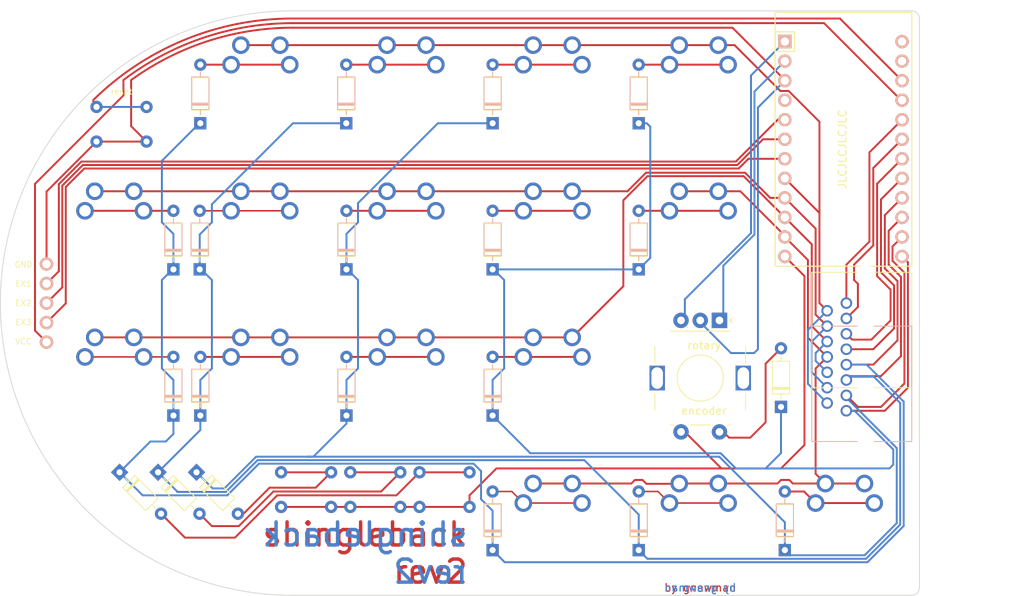
<source format=kicad_pcb>
(kicad_pcb (version 20211014) (generator pcbnew)
  (layers (0 "F.Cu" signal) (31 "B.Cu" signal) (34 "B.Paste" user) (35 "F.Paste" user) (36 "B.SilkS" user "B.Silkscreen") (37 "F.SilkS" user "F.Silkscreen") (38 "B.Mask" user) (39 "F.Mask" user) (44 "Edge.Cuts" user))
  (net 0 "")
  (net 1 "col3")
  (net 2 "col2")
  (net 3 "col1")
  (net 4 "col0")
  (net 5 "row0")
  (net 6 "row1")
  (net 7 "row2")
  (net 8 "row3")
  (net 9 "GND")
  (net 10 "VCC")
  (net 11 "col7")
  (net 12 "col6")
  (net 13 "col5")
  (net 14 "col4")
  (net 15 "rot1")
  (net 16 "rot2")
  (net 17 "RAW")
  (net 18 "RST")
  (net 19 "row4")
  (net 20 "exp1")
  (net 21 "exp3")
  (net 22 "exp2")
  (footprint "Rotary_Encoder:RotaryEncoder_gnawman" (layer "F.Cu") (at 117.5 81.25 -90)
    (fp_text reference "REF**" hide)
    (fp_text value "RotaryEncoder_gnawman")
  )
  (footprint "Diode_THT:D_DO-35_SOD27_P7.62mm_Horizontal" (layer "F.Cu") (at 46.5 93.62 90)
    (fp_text reference "R" hide)
    (fp_text value "d" hide)
  )
  (footprint "Connector_RJ:RJ45_gnawman" (layer "F.Cu") (at 140 74 90)
    (fp_text reference "REF" hide)
    (fp_text value "RJ45_gnawman")
  )
  (footprint "MX" (layer "F.Cu") (at 95.81 107.54)
    (fp_text reference "S14" hide)
    (fp_text value "" hide)
  )
  (footprint "" (layer "F.Cu") (at 76 101.005126)
    (fp_text reference "")
    (fp_text value "")
  )
  (footprint "Diode_THT:D_DO-35_SOD27_P7.62mm_Horizontal" (layer "F.Cu") (at 125.5 92.5 90)
    (fp_text reference "R" hide)
    (fp_text value "d" hide)
  )
  (footprint "ProMicro" (layer "F.Cu") (at 133.62 58.97 -90)
    (fp_text reference "MCU1" hide)
    (fp_text value "" hide)
  )
  (footprint "Diode_THT:D_DO-35_SOD27_P7.62mm_Horizontal" (layer "F.Cu") (at 49.918745 74.62 90)
    (fp_text reference "R" hide)
    (fp_text value "d" hide)
  )
  (footprint "Diode_THT:D_DO-35_SOD27_P7.62mm_Horizontal" (layer "F.Cu") (at 69 93.62 90)
    (fp_text reference "R" hide)
    (fp_text value "d" hide)
  )
  (footprint "Diode_THT:D_DO-35_SOD27_P7.62mm_Horizontal" (layer "F.Cu") (at 126 111.12 90)
    (fp_text reference "R" hide)
    (fp_text value "d" hide)
  )
  (footprint "MX" (layer "F.Cu") (at 95.81 88.54)
    (fp_text reference "S14" hide)
    (fp_text value "" hide)
  )
  (footprint "" (layer "F.Cu") (at 67 101.005126)
    (fp_text reference "")
    (fp_text value "")
  )
  (footprint "Diode_THT:D_DO-35_SOD27_P7.62mm_Horizontal" (layer "F.Cu") (at 88 93.62 90)
    (fp_text reference "R" hide)
    (fp_text value "d" hide)
  )
  (footprint "MX" (layer "F.Cu") (at 114.81 69.54)
    (fp_text reference "S14" hide)
    (fp_text value "" hide)
  )
  (footprint "Diode_THT:D_DO-35_SOD27_P7.62mm_Horizontal" (layer "F.Cu") (at 44.5 101 -45)
    (fp_text reference "R" hide)
    (fp_text value "d" hide)
  )
  (footprint "" (layer "F.Cu") (at 78.5 105.505126)
    (fp_text reference "")
    (fp_text value "")
  )
  (footprint "" (layer "F.Cu") (at 69.5 101)
    (fp_text reference "")
    (fp_text value "")
  )
  (footprint "" (layer "F.Cu") (at 84.999999 105.503071)
    (fp_text reference "")
    (fp_text value "")
  )
  (footprint "" (layer "F.Cu") (at 30 84.079999)
    (fp_text reference "")
    (fp_text value "")
  )
  (footprint "MX" (layer "F.Cu") (at 76.81 50.54)
    (fp_text reference "S14" hide)
    (fp_text value "" hide)
  )
  (footprint "Diode_THT:D_DO-35_SOD27_P7.62mm_Horizontal" (layer "F.Cu") (at 107 74.62 90)
    (fp_text reference "R" hide)
    (fp_text value "d" hide)
  )
  (footprint "MX" (layer "F.Cu") (at 133.81 107.54)
    (fp_text reference "S14" hide)
    (fp_text value "" hide)
  )
  (footprint "Diode_THT:D_DO-35_SOD27_P7.62mm_Horizontal" (layer "F.Cu") (at 88 55.62 90)
    (fp_text reference "R" hide)
    (fp_text value "d" hide)
  )
  (footprint "MX" (layer "F.Cu") (at 76.81 69.54)
    (fp_text reference "S14" hide)
    (fp_text value "" hide)
  )
  (footprint "" (layer "F.Cu") (at 78.5 101)
    (fp_text reference "")
    (fp_text value "")
  )
  (footprint "" (layer "F.Cu") (at 66.999999 105.503071)
    (fp_text reference "")
    (fp_text value "")
  )
  (footprint "MX" (layer "F.Cu") (at 57.81 50.54)
    (fp_text reference "S14" hide)
    (fp_text value "" hide)
  )
  (footprint "MX" (layer "F.Cu") (at 38.81 69.54)
    (fp_text reference "S14" hide)
    (fp_text value "" hide)
  )
  (footprint "Diode_THT:D_DO-35_SOD27_P7.62mm_Horizontal" (layer "F.Cu") (at 46.5 74.62 90)
    (fp_text reference "R" hide)
    (fp_text value "d" hide)
  )
  (footprint "" (layer "F.Cu") (at 85 101.005126)
    (fp_text reference "")
    (fp_text value "")
  )
  (footprint "Diode_THT:D_DO-35_SOD27_P7.62mm_Horizontal" (layer "F.Cu") (at 107 111.12 90)
    (fp_text reference "R" hide)
    (fp_text value "d" hide)
  )
  (footprint "" (layer "F.Cu") (at 75.999999 105.503071)
    (fp_text reference "")
    (fp_text value "")
  )
  (footprint "Diode_THT:D_DO-35_SOD27_P7.62mm_Horizontal" (layer "F.Cu") (at 39.5 101 -45)
    (fp_text reference "R" hide)
    (fp_text value "d" hide)
  )
  (footprint "" (layer "F.Cu") (at 36.5 58)
    (fp_text reference "")
    (fp_text value "")
  )
  (footprint "" (layer "F.Cu") (at 42.999999 57.997945)
    (fp_text reference "")
    (fp_text value "")
  )
  (footprint "Diode_THT:D_DO-35_SOD27_P7.62mm_Horizontal" (layer "F.Cu") (at 50 55.62 90)
    (fp_text reference "R" hide)
    (fp_text value "d" hide)
  )
  (footprint "MX" (layer "F.Cu") (at 57.81 69.54)
    (fp_text reference "S14" hide)
    (fp_text value "" hide)
  )
  (footprint "MX" (layer "F.Cu") (at 114.81 50.54)
    (fp_text reference "S14" hide)
    (fp_text value "" hide)
  )
  (footprint "Diode_THT:D_DO-35_SOD27_P7.62mm_Horizontal" (layer "F.Cu") (at 69 74.62 90)
    (fp_text reference "R" hide)
    (fp_text value "d" hide)
  )
  (footprint "" (layer "F.Cu") (at 60.5 105.505126)
    (fp_text reference "")
    (fp_text value "")
  )
  (footprint "" (layer "F.Cu") (at 30 73.919999)
    (fp_text reference "")
    (fp_text value "")
  )
  (footprint "Diode_THT:D_DO-35_SOD27_P7.62mm_Horizontal" (layer "F.Cu") (at 88 111.12 90)
    (fp_text reference "R" hide)
    (fp_text value "d" hide)
  )
  (footprint "MX" (layer "F.Cu") (at 95.81 69.54)
    (fp_text reference "S14" hide)
    (fp_text value "" hide)
  )
  (footprint "Diode_THT:D_DO-35_SOD27_P7.62mm_Horizontal" (layer "F.Cu") (at 50 93.62 90)
    (fp_text reference "R" hide)
    (fp_text value "d" hide)
  )
  (footprint "MX" (layer "F.Cu") (at 114.81 107.54)
    (fp_text reference "S14" hide)
    (fp_text value "" hide)
  )
  (footprint "MX" (layer "F.Cu") (at 38.81 88.54)
    (fp_text reference "S14" hide)
    (fp_text value "" hide)
  )
  (footprint "" (layer "F.Cu") (at 30 79)
    (fp_text reference "")
    (fp_text value "")
  )
  (footprint "Diode_THT:D_DO-35_SOD27_P7.62mm_Horizontal" (layer "F.Cu") (at 68.973589 55.62 90)
    (fp_text reference "R" hide)
    (fp_text value "d" hide)
  )
  (footprint "Diode_THT:D_DO-35_SOD27_P7.62mm_Horizontal" (layer "F.Cu") (at 107 55.62 90)
    (fp_text reference "R" hide)
    (fp_text value "d" hide)
  )
  (footprint "Diode_THT:D_DO-35_SOD27_P7.62mm_Horizontal" (layer "F.Cu") (at 49.5 101 -45)
    (fp_text reference "R" hide)
    (fp_text value "d" hide)
  )
  (footprint "Diode_THT:D_DO-35_SOD27_P7.62mm_Horizontal" (layer "F.Cu") (at 88 74.62 90)
    (fp_text reference "R" hide)
    (fp_text value "d" hide)
  )
  (footprint "" (layer "F.Cu") (at 30 76.459999)
    (fp_text reference "")
    (fp_text value "")
  )
  (footprint "" (layer "F.Cu") (at 69.5 105.505126)
    (fp_text reference "")
    (fp_text value "")
  )
  (footprint "" (layer "F.Cu") (at 36.5 53.494874)
    (fp_text reference "")
    (fp_text value "")
  )
  (footprint "MX" (layer "F.Cu") (at 76.81 88.54)
    (fp_text reference "S14" hide)
    (fp_text value "" hide)
  )
  (footprint "" (layer "F.Cu") (at 43 53.5)
    (fp_text reference "")
    (fp_text value "")
  )
  (footprint "MX" (layer "F.Cu") (at 95.81 50.54)
    (fp_text reference "S14" hide)
    (fp_text value "" hide)
  )
  (footprint "" (layer "F.Cu") (at 60.5 101)
    (fp_text reference "")
    (fp_text value "")
  )
  (footprint "" (layer "F.Cu") (at 30 81.539999)
    (fp_text reference "")
    (fp_text value "")
  )
  (footprint "MX" (layer "F.Cu") (at 57.81 88.54)
    (fp_text reference "S14" hide)
    (fp_text value "" hide)
  )
  (footprint "Connector_RJ:RJ45_gnawman" (layer "B.Cu") (at 140 98 -90)
    (fp_text reference "REF" hide)
    (fp_text value "RJ45_gnawman")
  )
  (gr_arc (start 142.5 41) (mid 143.207107 41.292893) (end 143.5 42) (layer "Edge.Cuts") (width 0.1))
  (gr_arc (start 62 117) (mid 24 79) (end 62 41) (layer "Edge.Cuts") (width 0.1))
  (gr_line (start 62 117) (end 142.5 117) (layer "Edge.Cuts") (width 0.1))
  (gr_line (start 143.5 116) (end 143.5 42) (layer "Edge.Cuts") (width 0.1))
  (gr_line (start 142.5 41) (end 62 41) (layer "Edge.Cuts") (width 0.1))
  (gr_arc (start 143.5 116) (mid 143.207107 116.707107) (end 142.5 117) (layer "Edge.Cuts") (width 0.1))
  (gr_text "shingleback\nrev2" (at 85 111.5) (layer "F.Cu") (effects (font (size 3 3) (thickness 0.45)) (justify right)))
  (gr_text "by gnawman" (at 115 116) (layer "F.Cu") (effects (font (size 1 1))))
  (gr_text "by gnawman" (at 115 116) (layer "B.Cu") (effects (font (size 1 1)) (justify mirror)))
  (gr_text "shingleback\nrev2" (at 85 111.5) (layer "B.Cu") (effects (font (size 3 3) (thickness 0.45)) (justify left mirror)))
  (gr_text "EX2" (at 27 79) (layer "F.SilkS") (effects (font (size 0.75 0.75) (thickness 0.1))))
  (gr_text "rotary" (at 115.5 84.5) (layer "F.SilkS") (effects (font (size 1 1))))
  (gr_text "VCC" (at 27 84) (layer "F.SilkS") (effects (font (size 0.75 0.75) (thickness 0.1))))
  (gr_text "reset" (at 39.75 51.5) (layer "F.SilkS") (effects (font (size 0.75 0.75) (thickness 0.1))))
  (gr_text "EX3" (at 27 81.5) (layer "F.SilkS") (effects (font (size 0.75 0.75) (thickness 0.1))))
  (gr_text "encoder" (at 115.5 93) (layer "F.SilkS") (effects (font (size 1 1))))
  (gr_text "GND" (at 27 74) (layer "F.SilkS") (effects (font (size 0.75 0.75) (thickness 0.1))))
  (gr_text "EX1" (at 27 76.5) (layer "F.SilkS") (effects (font (size 0.75 0.75) (thickness 0.1))))
  (gr_text "JLCJLCJLCJLC" (at 133.5 59 90) (layer "F.SilkS") (effects (font (size 1 1))))
  (segment (start 99.62 86) (end 88 86) (width 0.25) (layer "F.Cu") (net 0))
  (segment (start 75.499999 104) (end 60 104) (width 0.25) (layer "F.Cu") (net 0))
  (segment (start 61.62 86) (end 50 86) (width 0.25) (layer "F.Cu") (net 0))
  (segment (start 99.62 67) (end 88 67) (width 0.25) (layer "F.Cu") (net 0))
  (segment (start 80.62 86) (end 69 86) (width 0.25) (layer "F.Cu") (net 0))
  (segment (start 121.5 96.5) (end 123.5 94.5) (width 0.25) (layer "F.Cu") (net 0))
  (segment (start 73.505126 103.5) (end 59.5 103.5) (width 0.25) (layer "F.Cu") (net 0))
  (segment (start 69.505126 101.005126) (end 69.5 101) (width 0.25) (layer "F.Cu") (net 0))
  (segment (start 128.5 103.5) (end 126 103.5) (width 0.25) (layer "F.Cu") (net 0))
  (segment (start 59.5 103.5) (end 55 108) (width 0.25) (layer "F.Cu") (net 0))
  (segment (start 118 95.75) (end 118.75 96.5) (width 0.25) (layer "F.Cu") (net 0))
  (segment (start 59 103) (end 55.5 106.5) (width 0.25) (layer "F.Cu") (net 0))
  (segment (start 80.62 48) (end 68.973589 48) (width 0.25) (layer "F.Cu") (net 0))
  (segment (start 118.62 67) (end 107 67) (width 0.25) (layer "F.Cu") (net 0))
  (segment (start 99.62 105) (end 92 105) (width 0.2) (layer "F.Cu") (net 0))
  (segment (start 35 67) (end 46.5 67) (width 0.25) (layer "F.Cu") (net 0))
  (segment (start 123.5 94.5) (end 123.5 86.88) (width 0.25) (layer "F.Cu") (net 0))
  (segment (start 85 101.005126) (end 78.505126 101.005126) (width 0.25) (layer "F.Cu") (net 0))
  (segment (start 51.5 108) (end 49.888154 106.388154) (width 0.25) (layer "F.Cu") (net 0))
  (segment (start 80.62 67) (end 69 67) (width 0.25) (layer "F.Cu") (net 0))
  (segment (start 90.5 103.5) (end 88 103.5) (width 0.2) (layer "F.Cu") (net 0))
  (segment (start 76 101.005126) (end 69.505126 101.005126) (width 0.25) (layer "F.Cu") (net 0))
  (segment (start 92 105) (end 90.5 103.5) (width 0.2) (layer "F.Cu") (net 0))
  (segment (start 130 105) (end 128.5 103.5) (width 0.25) (layer "F.Cu") (net 0))
  (segment (start 55 108) (end 51.5 108) (width 0.25) (layer "F.Cu") (net 0))
  (segment (start 67 101.005126) (end 65.005126 103) (width 0.25) (layer "F.Cu") (net 0))
  (segment (start 67 101.005126) (end 60.505126 101.005126) (width 0.25) (layer "F.Cu") (net 0))
  (segment (start 137.62 105) (end 130 105) (width 0.25) (layer "F.Cu") (net 0))
  (segment (start 54.5 109.5) (end 48 109.5) (width 0.25) (layer "F.Cu") (net 0))
  (segment (start 60 104) (end 54.5 109.5) (width 0.25) (layer "F.Cu") (net 0))
  (segment (start 118.62 48) (end 107 48) (width 0.25) (layer "F.Cu") (net 0))
  (segment (start 118.75 96.5) (end 121.5 96.5) (width 0.25) (layer "F.Cu") (net 0))
  (segment (start 60.505126 101.005126) (end 60.5 101) (width 0.25) (layer "F.Cu") (net 0))
  (segment (start 78.505126 101.005126) (end 78.5 101) (width 0.25) (layer "F.Cu") (net 0))
  (segment (start 99.62 48) (end 88 48) (width 0.25) (layer "F.Cu") (net 0))
  (segment (start 76 101.005126) (end 73.505126 103.5) (width 0.25) (layer "F.Cu") (net 0))
  (segment (start 78.5 101) (end 75.499999 104) (width 0.25) (layer "F.Cu") (net 0))
  (segment (start 111 105) (end 109.5 103.5) (width 0.2) (layer "F.Cu") (net 0))
  (segment (start 65.005126 103) (end 59 103) (width 0.25) (layer "F.Cu") (net 0))
  (segment (start 61.62 48) (end 50 48) (width 0.25) (layer "F.Cu") (net 0))
  (segment (start 118.62 105) (end 111 105) (width 0.2) (layer "F.Cu") (net 0))
  (segment (start 48 109.5) (end 44.888154 106.388154) (width 0.25) (layer "F.Cu") (net 0))
  (segment (start 49.918745 67) (end 61.62 67) (width 0.2) (layer "F.Cu") (net 0))
  (segment (start 46.5 86) (end 35 86) (width 0.2) (layer "F.Cu") (net 0))
  (segment (start 123.5 86.88) (end 125.5 84.88) (width 0.25) (layer "F.Cu") (net 0))
  (segment (start 109.5 103.5) (end 107 103.5) (width 0.2) (layer "F.Cu") (net 0))
  (segment (start 142 73.7) (end 141.24 72.94) (width 0.25) (layer "F.Cu") (net 1))
  (segment (start 134 93) (end 139 93) (width 0.25) (layer "F.Cu") (net 1))
  (segment (start 142 90) (end 142 73.7) (width 0.25) (layer "F.Cu") (net 1))
  (segment (start 139 93) (end 142 90) (width 0.25) (layer "F.Cu") (net 1))
  (segment (start 92.905 98.525) (end 88 93.62) (width 0.25) (layer "B.Cu") (net 1))
  (segment (start 108.05 55.62) (end 108.5 56.07) (width 0.25) (layer "B.Cu") (net 1))
  (segment (start 108.5 73.12) (end 107 74.62) (width 0.25) (layer "B.Cu") (net 1))
  (segment (start 88.12 74.62) (end 89.5 76) (width 0.25) (layer "B.Cu") (net 1))
  (segment (start 117.661396 98.525) (end 92.905 98.525) (width 0.25) (layer "B.Cu") (net 1))
  (segment (start 125.5 92.5) (end 125.5 98.5) (width 0.25) (layer "B.Cu") (net 1))
  (segment (start 135.06066 93) (end 140.1 98.03934) (width 0.25) (layer "B.Cu") (net 1))
  (segment (start 140.1 98.03934) (end 140.1 100) (width 0.25) (layer "B.Cu") (net 1))
  (segment (start 88 74.62) (end 88.12 74.62) (width 0.25) (layer "B.Cu") (net 1))
  (segment (start 123.5 100.5) (end 119.636396 100.5) (width 0.25) (layer "B.Cu") (net 1))
  (segment (start 119.636396 100.5) (end 117.661396 98.525) (width 0.25) (layer "B.Cu") (net 1))
  (segment (start 125.5 98.5) (end 123.5 100.5) (width 0.25) (layer "B.Cu") (net 1))
  (segment (start 108.5 56.07) (end 108.5 73.12) (width 0.25) (layer "B.Cu") (net 1))
  (segment (start 107 55.62) (end 108.05 55.62) (width 0.25) (layer "B.Cu") (net 1))
  (segment (start 140.1 100) (end 139.6 100.5) (width 0.25) (layer "B.Cu") (net 1))
  (segment (start 139.6 100.5) (end 123.5 100.5) (width 0.25) (layer "B.Cu") (net 1))
  (segment (start 107 74.62) (end 88 74.62) (width 0.25) (layer "B.Cu") (net 1))
  (segment (start 89.5 87.5) (end 88 89) (width 0.25) (layer "B.Cu") (net 1))
  (segment (start 134 93) (end 135.06066 93) (width 0.25) (layer "B.Cu") (net 1))
  (segment (start 88 89) (end 88 93.62) (width 0.25) (layer "B.Cu") (net 1))
  (segment (start 89.5 76) (end 89.5 87.5) (width 0.25) (layer "B.Cu") (net 1))
  (segment (start 138.5 92.5) (end 141.55 89.45) (width 0.25) (layer "F.Cu") (net 2))
  (segment (start 140 71.64) (end 141.24 70.4) (width 0.25) (layer "F.Cu") (net 2))
  (segment (start 141.55 89.45) (end 141.55 75.05) (width 0.25) (layer "F.Cu") (net 2))
  (segment (start 141.55 75.05) (end 140 73.5) (width 0.25) (layer "F.Cu") (net 2))
  (segment (start 134 91) (end 135.5 92.5) (width 0.25) (layer "F.Cu") (net 2))
  (segment (start 135.5 92.5) (end 138.5 92.5) (width 0.25) (layer "F.Cu") (net 2))
  (segment (start 140 73.5) (end 140 71.64) (width 0.25) (layer "F.Cu") (net 2))
  (segment (start 69 89) (end 69 93.62) (width 0.25) (layer "B.Cu") (net 2))
  (segment (start 140.55 97.852944) (end 134 91.302944) (width 0.25) (layer "B.Cu") (net 2))
  (segment (start 88 55.62) (end 80.88 55.62) (width 0.25) (layer "B.Cu") (net 2))
  (segment (start 70.5 76) (end 70.5 87.5) (width 0.25) (layer "B.Cu") (net 2))
  (segment (start 126 111.12) (end 126 107.5) (width 0.25) (layer "B.Cu") (net 2))
  (segment (start 64.025 98.975) (end 63.975 98.975) (width 0.25) (layer "B.Cu") (net 2))
  (segment (start 70.5 87.5) (end 69 89) (width 0.25) (layer "B.Cu") (net 2))
  (segment (start 69.12 74.62) (end 70.5 76) (width 0.25) (layer "B.Cu") (net 2))
  (segment (start 53.127208 103.1) (end 51.6 103.1) (width 0.25) (layer "B.Cu") (net 2))
  (segment (start 70.5 68.5) (end 69 70) (width 0.25) (layer "B.Cu") (net 2))
  (segment (start 70.5 66) (end 70.5 68.5) (width 0.25) (layer "B.Cu") (net 2))
  (segment (start 51.6 103.1) (end 49.5 101) (width 0.25) (layer "B.Cu") (net 2))
  (segment (start 57.252208 98.975) (end 53.127208 103.1) (width 0.25) (layer "B.Cu") (net 2))
  (segment (start 80.88 55.62) (end 70.5 66) (width 0.25) (layer "B.Cu") (net 2))
  (segment (start 64.695 98.975) (end 64.025 98.975) (width 0.25) (layer "B.Cu") (net 2))
  (segment (start 69 70) (end 69 74.62) (width 0.25) (layer "B.Cu") (net 2))
  (segment (start 126 111.12) (end 126.675 111.795) (width 0.25) (layer "B.Cu") (net 2))
  (segment (start 69 94.67) (end 64.695 98.975) (width 0.25) (layer "B.Cu") (net 2))
  (segment (start 134 91.302944) (end 134 91) (width 0.25) (layer "B.Cu") (net 2))
  (segment (start 126.675 111.795) (end 136.368686 111.795) (width 0.25) (layer "B.Cu") (net 2))
  (segment (start 117.475 98.975) (end 63.975 98.975) (width 0.25) (layer "B.Cu") (net 2))
  (segment (start 140.55 107.613686) (end 140.55 97.852944) (width 0.25) (layer "B.Cu") (net 2))
  (segment (start 136.368686 111.795) (end 140.55 107.613686) (width 0.25) (layer "B.Cu") (net 2))
  (segment (start 69 93.62) (end 69 94.67) (width 0.25) (layer "B.Cu") (net 2))
  (segment (start 64.025 98.975) (end 57.252208 98.975) (width 0.25) (layer "B.Cu") (net 2))
  (segment (start 69 74.62) (end 69.12 74.62) (width 0.25) (layer "B.Cu") (net 2))
  (segment (start 126 107.5) (end 117.475 98.975) (width 0.25) (layer "B.Cu") (net 2))
  (segment (start 139.5 69.6) (end 141.24 67.86) (width 0.25) (layer "F.Cu") (net 3))
  (segment (start 139.5 74) (end 139.5 69.6) (width 0.25) (layer "F.Cu") (net 3))
  (segment (start 138.5 88.5) (end 141.1 85.9) (width 0.25) (layer "F.Cu") (net 3))
  (segment (start 141.1 85.9) (end 141.1 75.6) (width 0.25) (layer "F.Cu") (net 3))
  (segment (start 141.1 75.6) (end 139.5 74) (width 0.25) (layer "F.Cu") (net 3))
  (segment (start 134 89) (end 134.5 88.5) (width 0.25) (layer "F.Cu") (net 3))
  (segment (start 134.5 88.5) (end 138.5 88.5) (width 0.25) (layer "F.Cu") (net 3))
  (segment (start 49.918745 70.081255) (end 49.918745 74.62) (width 0.25) (layer "B.Cu") (net 3))
  (segment (start 141 107.800082) (end 141 92) (width 0.25) (layer "B.Cu") (net 3))
  (segment (start 51.5 68.5) (end 49.918745 70.081255) (width 0.25) (layer "B.Cu") (net 3))
  (segment (start 51.5 66.153934) (end 51.5 68.5) (width 0.25) (layer "B.Cu") (net 3))
  (segment (start 57.438604 99.425) (end 99.925 99.425) (width 0.25) (layer "B.Cu") (net 3))
  (segment (start 136.555082 112.245) (end 141 107.800082) (width 0.25) (layer "B.Cu") (net 3))
  (segment (start 50 89) (end 50 93.62) (width 0.25) (layer "B.Cu") (net 3))
  (segment (start 51.5 76) (end 51.5 87.5) (width 0.25) (layer "B.Cu") (net 3))
  (segment (start 107 106.5) (end 99.925 99.425) (width 0.25) (layer "B.Cu") (net 3))
  (segment (start 46.5 99) (end 44.5 101) (width 0.25) (layer "B.Cu") (net 3))
  (segment (start 141 92) (end 137.574999 88.574999) (width 0.25) (layer "B.Cu") (net 3))
  (segment (start 107 111.12) (end 107 106.5) (width 0.25) (layer "B.Cu") (net 3))
  (segment (start 53.313604 103.55) (end 47 103.55) (width 0.25) (layer "B.Cu") (net 3))
  (segment (start 62.033934 55.62) (end 51.5 66.153934) (width 0.25) (layer "B.Cu") (net 3))
  (segment (start 68.973589 55.62) (end 62.033934 55.62) (width 0.25) (layer "B.Cu") (net 3))
  (segment (start 57.438604 99.425) (end 53.313604 103.55) (width 0.25) (layer "B.Cu") (net 3))
  (segment (start 47 103.55) (end 47 103.5) (width 0.25) (layer "B.Cu") (net 3))
  (segment (start 50 95.5) (end 46.5 99) (width 0.25) (layer "B.Cu") (net 3))
  (segment (start 49.918745 74.62) (end 50.12 74.62) (width 0.25) (layer "B.Cu") (net 3))
  (segment (start 108.125 112.245) (end 136.555082 112.245) (width 0.25) (layer "B.Cu") (net 3))
  (segment (start 134.425001 88.574999) (end 134 89) (width 0.25) (layer "B.Cu") (net 3))
  (segment (start 107 111.12) (end 108.125 112.245) (width 0.25) (layer "B.Cu") (net 3))
  (segment (start 50.12 74.62) (end 51.5 76) (width 0.25) (layer "B.Cu") (net 3))
  (segment (start 51.5 87.5) (end 50 89) (width 0.25) (layer "B.Cu") (net 3))
  (segment (start 137.574999 88.574999) (end 134.425001 88.574999) (width 0.25) (layer "B.Cu") (net 3))
  (segment (start 47 103.5) (end 44.5 101) (width 0.25) (layer "B.Cu") (net 3))
  (segment (start 50 93.62) (end 50 95.5) (width 0.25) (layer "B.Cu") (net 3))
  (segment (start 139 74.5) (end 139 67.56) (width 0.25) (layer "F.Cu") (net 4))
  (segment (start 134 87) (end 137.5 87) (width 0.25) (layer "F.Cu") (net 4))
  (segment (start 140.65 76.15) (end 139 74.5) (width 0.25) (layer "F.Cu") (net 4))
  (segment (start 139 67.56) (end 141.24 65.32) (width 0.25) (layer "F.Cu") (net 4))
  (segment (start 137.5 87) (end 140.65 83.85) (width 0.25) (layer "F.Cu") (net 4))
  (segment (start 140.65 83.85) (end 140.65 76.15) (width 0.25) (layer "F.Cu") (net 4))
  (segment (start 46.38 74.62) (end 45 76) (width 0.25) (layer "B.Cu") (net 4))
  (segment (start 43.5 97) (end 39.5 101) (width 0.25) (layer "B.Cu") (net 4))
  (segment (start 86.5 100.85) (end 85.525 99.875) (width 0.25) (layer "B.Cu") (net 4))
  (segment (start 45.5 97) (end 43.5 97) (width 0.25) (layer "B.Cu") (net 4))
  (segment (start 141.45 107.986478) (end 141.45 91.813604) (width 0.25) (layer "B.Cu") (net 4))
  (segment (start 57.625 99.875) (end 53.5 104) (width 0.25) (layer "B.Cu") (net 4))
  (segment (start 49.88 55.62) (end 45 60.5) (width 0.25) (layer "B.Cu") (net 4))
  (segment (start 86.5 104.5) (end 86.5 100.85) (width 0.25) (layer "B.Cu") (net 4))
  (segment (start 141.45 91.813604) (end 136.636396 87) (width 0.25) (layer "B.Cu") (net 4))
  (segment (start 45 87.5) (end 46.5 89) (width 0.25) (layer "B.Cu") (net 4))
  (segment (start 45 76) (end 45 87.5) (width 0.25) (layer "B.Cu") (net 4))
  (segment (start 136.741478 112.695) (end 141.45 107.986478) (width 0.25) (layer "B.Cu") (net 4))
  (segment (start 50 55.62) (end 49.88 55.62) (width 0.25) (layer "B.Cu") (net 4))
  (segment (start 88 111.12) (end 89.575 112.695) (width 0.25) (layer "B.Cu") (net 4))
  (segment (start 88 111.12) (end 88 106) (width 0.25) (layer "B.Cu") (net 4))
  (segment (start 46.5 74.62) (end 46.38 74.62) (width 0.25) (layer "B.Cu") (net 4))
  (segment (start 89.575 112.695) (end 136.741478 112.695) (width 0.25) (layer "B.Cu") (net 4))
  (segment (start 53.5 104) (end 42.5 104) (width 0.25) (layer "B.Cu") (net 4))
  (segment (start 45 68.5) (end 46.5 70) (width 0.25) (layer "B.Cu") (net 4))
  (segment (start 85.525 99.875) (end 57.625 99.875) (width 0.25) (layer "B.Cu") (net 4))
  (segment (start 46.5 93.62) (end 46.5 96) (width 0.25) (layer "B.Cu") (net 4))
  (segment (start 46.5 96) (end 45.5 97) (width 0.25) (layer "B.Cu") (net 4))
  (segment (start 45 60.5) (end 45 68.5) (width 0.25) (layer "B.Cu") (net 4))
  (segment (start 46.5 89) (end 46.5 93.62) (width 0.25) (layer "B.Cu") (net 4))
  (segment (start 42.5 104) (end 39.5 101) (width 0.25) (layer "B.Cu") (net 4))
  (segment (start 88 106) (end 86.5 104.5) (width 0.25) (layer "B.Cu") (net 4))
  (segment (start 46.5 70) (end 46.5 74.62) (width 0.25) (layer "B.Cu") (net 4))
  (segment (start 136.636396 87) (end 134 87) (width 0.25) (layer "B.Cu") (net 4))
  (segment (start 130.5 67.5) (end 130.5 55.421105) (width 0.25) (layer "F.Cu") (net 5))
  (segment (start 130.5 67.28) (end 130.5 67.5) (width 0.25) (layer "F.Cu") (net 5))
  (segment (start 130.5 70) (end 130.5 67.5) (width 0.25) (layer "F.Cu") (net 5))
  (segment (start 126.497595 51.4187) (end 125.4187 51.4187) (width 0.25) (layer "F.Cu") (net 5))
  (segment (start 119.46 45.46) (end 117.35 45.46) (width 0.25) (layer "F.Cu") (net 5))
  (segment (start 131.5 80) (end 130.5 79) (width 0.25) (layer "F.Cu") (net 5))
  (segment (start 130.5 55.421105) (end 126.497595 51.4187) (width 0.25) (layer "F.Cu") (net 5))
  (segment (start 125.4187 51.4187) (end 119.46 45.46) (width 0.25) (layer "F.Cu") (net 5))
  (segment (start 55.27 45.46) (end 117.35 45.46) (width 0.25) (layer "F.Cu") (net 5))
  (segment (start 126 62.78) (end 130.5 67.28) (width 0.25) (layer "F.Cu") (net 5))
  (segment (start 130.5 79) (end 130.5 70) (width 0.25) (layer "F.Cu") (net 5))
  (segment (start 131.5 80) (end 129 82.5) (width 0.25) (layer "B.Cu") (net 5))
  (segment (start 129 82.5) (end 129 89.5) (width 0.25) (layer "B.Cu") (net 5))
  (segment (start 129 89.5) (end 131.5 92) (width 0.25) (layer "B.Cu") (net 5))
  (segment (start 131.5 82) (end 130 80.5) (width 0.25) (layer "F.Cu") (net 6))
  (segment (start 98.35 64.46) (end 105.54 64.46) (width 0.25) (layer "F.Cu") (net 6))
  (segment (start 36.27 64.46) (end 98.35 64.46) (width 0.25) (layer "F.Cu") (net 6))
  (segment (start 130 70) (end 130 69.32) (width 0.25) (layer "F.Cu") (net 6))
  (segment (start 130 72) (end 130 70) (width 0.25) (layer "F.Cu") (net 6))
  (segment (start 124.096396 65.32) (end 126 65.32) (width 0.25) (layer "F.Cu") (net 6))
  (segment (start 130 69.32) (end 126 65.32) (width 0.25) (layer "F.Cu") (net 6))
  (segment (start 107.95 62.05) (end 120.826396 62.05) (width 0.25) (layer "F.Cu") (net 6))
  (segment (start 120.826396 62.05) (end 124.096396 65.32) (width 0.25) (layer "F.Cu") (net 6))
  (segment (start 130 80.5) (end 130 72) (width 0.25) (layer "F.Cu") (net 6))
  (segment (start 105.54 64.46) (end 107.95 62.05) (width 0.25) (layer "F.Cu") (net 6))
  (segment (start 131.5 82) (end 129.5 84) (width 0.25) (layer "B.Cu") (net 6))
  (segment (start 129.5 84) (end 129.5 88) (width 0.25) (layer "B.Cu") (net 6))
  (segment (start 129.5 88) (end 131.5 90) (width 0.25) (layer "B.Cu") (net 6))
  (segment (start 105 76.81) (end 105 65.636396) (width 0.25) (layer "F.Cu") (net 7))
  (segment (start 105 65.636396) (end 108.136396 62.5) (width 0.25) (layer "F.Cu") (net 7))
  (segment (start 129.5 72.5) (end 129.5 71.36) (width 0.25) (layer "F.Cu") (net 7))
  (segment (start 120.64 62.5) (end 126 67.86) (width 0.25) (layer "F.Cu") (net 7))
  (segment (start 131.5 84) (end 129.5 82) (width 0.25) (layer "F.Cu") (net 7))
  (segment (start 120.5 62.5) (end 120.64 62.5) (width 0.25) (layer "F.Cu") (net 7))
  (segment (start 36.27 83.46) (end 98.35 83.46) (width 0.25) (layer "F.Cu") (net 7))
  (segment (start 129.5 82) (end 129.5 73.9) (width 0.25) (layer "F.Cu") (net 7))
  (segment (start 129.5 73.9) (end 129.5 72.5) (width 0.25) (layer "F.Cu") (net 7))
  (segment (start 129.5 71.36) (end 126 67.86) (width 0.25) (layer "F.Cu") (net 7))
  (segment (start 108.136396 62.5) (end 120.5 62.5) (width 0.25) (layer "F.Cu") (net 7))
  (segment (start 98.35 83.46) (end 105 76.81) (width 0.25) (layer "F.Cu") (net 7))
  (segment (start 130 85.5) (end 130 86.5) (width 0.25) (layer "B.Cu") (net 7))
  (segment (start 130 86.5) (end 131.5 88) (width 0.25) (layer "B.Cu") (net 7))
  (segment (start 131.5 84) (end 130 85.5) (width 0.25) (layer "B.Cu") (net 7))
  (segment (start 117.35 64.46) (end 112.27 64.46) (width 0.25) (layer "F.Cu") (net 8))
  (segment (start 120.21 64.46) (end 117.35 64.46) (width 0.25) (layer "F.Cu") (net 8))
  (segment (start 106.04 102.46) (end 106.5 102) (width 0.25) (layer "F.Cu") (net 8))
  (segment (start 98.35 102.46) (end 106.04 102.46) (width 0.25) (layer "F.Cu") (net 8))
  (segment (start 129 74) (end 129 73.4) (width 0.25) (layer "F.Cu") (net 8))
  (segment (start 131.5 86) (end 130 87.5) (width 0.25) (layer "F.Cu") (net 8))
  (segment (start 129 73.4) (end 126 70.4) (width 0.25) (layer "F.Cu") (net 8))
  (segment (start 130 87.5) (end 130 101.19) (width 0.25) (layer "F.Cu") (net 8))
  (segment (start 107.5 102) (end 108 102.5) (width 0.25) (layer "F.Cu") (net 8))
  (segment (start 127.04 102.46) (end 136.35 102.46) (width 0.25) (layer "F.Cu") (net 8))
  (segment (start 125.04 102.46) (end 125.5 102) (width 0.25) (layer "F.Cu") (net 8))
  (segment (start 131.5 86) (end 129 83.5) (width 0.25) (layer "F.Cu") (net 8))
  (segment (start 126.58 102) (end 127.04 102.46) (width 0.25) (layer "F.Cu") (net 8))
  (segment (start 112.23 102.5) (end 112.27 102.46) (width 0.25) (layer "F.Cu") (net 8))
  (segment (start 126 70.25) (end 120.21 64.46) (width 0.25) (layer "F.Cu") (net 8))
  (segment (start 93.27 102.46) (end 98.35 102.46) (width 0.25) (layer "F.Cu") (net 8))
  (segment (start 129 75.94) (end 129 74) (width 0.25) (layer "F.Cu") (net 8))
  (segment (start 129 83.5) (end 129 75.94) (width 0.25) (layer "F.Cu") (net 8))
  (segment (start 108 102.5) (end 112.23 102.5) (width 0.25) (layer "F.Cu") (net 8))
  (segment (start 125.5 102) (end 126.58 102) (width 0.25) (layer "F.Cu") (net 8))
  (segment (start 112.27 102.46) (end 125.04 102.46) (width 0.25) (layer "F.Cu") (net 8))
  (segment (start 126 70.4) (end 126 70.25) (width 0.25) (layer "F.Cu") (net 8))
  (segment (start 106.5 102) (end 107.5 102) (width 0.25) (layer "F.Cu") (net 8))
  (segment (start 130 101.19) (end 131.27 102.46) (width 0.25) (layer "F.Cu") (net 8))
  (segment (start 36.5 58) (end 42.997944 58) (width 0.25) (layer "F.Cu") (net 9))
  (segment (start 41 55.997946) (end 41 50) (width 0.25) (layer "F.Cu") (net 9))
  (segment (start 30 64.5) (end 30 73.84) (width 0.25) (layer "F.Cu") (net 9))
  (segment (start 36.5 58) (end 30 64.5) (width 0.25) (layer "F.Cu") (net 9))
  (segment (start 42.997944 58) (end 42.999999 57.997945) (width 0.25) (layer "F.Cu") (net 9))
  (segment (start 42.999999 57.997945) (end 41 55.997946) (width 0.25) (layer "F.Cu") (net 9))
  (segment (start 119.194973 43.194973) (end 126 50) (width 0.25) (layer "F.Cu") (net 9))
  (segment (start 62 43.194973) (end 119.194973 43.194973) (width 0.25) (layer "F.Cu") (net 9))
  (arc (start 41 50) (mid 50.962469 44.938689) (end 62 43.194973) (width 0.25) (layer "F.Cu") (net 9))
  (segment (start 126 50.08) (end 122.5 53.58) (width 0.25) (layer "B.Cu") (net 9))
  (segment (start 119 85.5) (end 115.5 82) (width 0.25) (layer "B.Cu") (net 9))
  (segment (start 122.5 53.58) (end 122.5 85) (width 0.25) (layer "B.Cu") (net 9))
  (segment (start 115.5 82) (end 115.5 81.25) (width 0.25) (layer "B.Cu") (net 9))
  (segment (start 122 85.5) (end 119 85.5) (width 0.25) (layer "B.Cu") (net 9))
  (segment (start 122.5 85) (end 122 85.5) (width 0.25) (layer "B.Cu") (net 9))
  (segment (start 28.5 63.5) (end 28.5 82.579999) (width 0.25) (layer "F.Cu") (net 10))
  (segment (start 28.5 82.579999) (end 30 84.079999) (width 0.25) (layer "F.Cu") (net 10))
  (segment (start 40 50) (end 40 52) (width 0.25) (layer "F.Cu") (net 10))
  (segment (start 40 52) (end 28.5 63.5) (width 0.25) (layer "F.Cu") (net 10))
  (segment (start 141.12 52.62) (end 131.099451 42.599451) (width 0.25) (layer "F.Cu") (net 10))
  (segment (start 131.099451 42.599451) (end 62 42.599451) (width 0.25) (layer "F.Cu") (net 10))
  (arc (start 62 42.599451) (mid 50.39431 44.49916) (end 40 50) (width 0.25) (layer "F.Cu") (net 10))
  (segment (start 140.2 82.3) (end 140.2 76.7) (width 0.25) (layer "F.Cu") (net 11))
  (segment (start 138.5 75) (end 138.5 65.52) (width 0.25) (layer "F.Cu") (net 11))
  (segment (start 137.5 85) (end 140.2 82.3) (width 0.25) (layer "F.Cu") (net 11))
  (segment (start 140.2 76.7) (end 138.5 75) (width 0.25) (layer "F.Cu") (net 11))
  (segment (start 138.5 65.52) (end 141.24 62.78) (width 0.25) (layer "F.Cu") (net 11))
  (segment (start 134 85) (end 137.5 85) (width 0.25) (layer "F.Cu") (net 11))
  (segment (start 138 75.5) (end 138 63.48) (width 0.25) (layer "F.Cu") (net 12))
  (segment (start 139.75 77.25) (end 138 75.5) (width 0.25) (layer "F.Cu") (net 12))
  (segment (start 134 83) (end 134.75 83.75) (width 0.25) (layer "F.Cu") (net 12))
  (segment (start 139.75 81.25) (end 139.75 77.25) (width 0.25) (layer "F.Cu") (net 12))
  (segment (start 134.75 83.75) (end 137.25 83.75) (width 0.25) (layer "F.Cu") (net 12))
  (segment (start 138 63.48) (end 141.24 60.24) (width 0.25) (layer "F.Cu") (net 12))
  (segment (start 137.25 83.75) (end 139.75 81.25) (width 0.25) (layer "F.Cu") (net 12))
  (segment (start 134 81) (end 135.5 79.5) (width 0.25) (layer "F.Cu") (net 13))
  (segment (start 135.5 79.5) (end 135.5 76.5) (width 0.25) (layer "F.Cu") (net 13))
  (segment (start 135 76) (end 135 74) (width 0.25) (layer "F.Cu") (net 13))
  (segment (start 137.5 61.44) (end 141.24 57.7) (width 0.25) (layer "F.Cu") (net 13))
  (segment (start 135.5 76.5) (end 135 76) (width 0.25) (layer "F.Cu") (net 13))
  (segment (start 135 74) (end 137.5 71.5) (width 0.25) (layer "F.Cu") (net 13))
  (segment (start 137.5 71.5) (end 137.5 61.44) (width 0.25) (layer "F.Cu") (net 13))
  (segment (start 134 79) (end 134 74) (width 0.25) (layer "F.Cu") (net 14))
  (segment (start 137 59.4) (end 141.24 55.16) (width 0.25) (layer "F.Cu") (net 14))
  (segment (start 137 71) (end 137 59.4) (width 0.25) (layer "F.Cu") (net 14))
  (segment (start 134 74) (end 137 71) (width 0.25) (layer "F.Cu") (net 14))
  (segment (start 121.6 49.4) (end 126 45) (width 0.25) (layer "B.Cu") (net 15))
  (segment (start 113 78.5) (end 121.6 69.9) (width 0.25) (layer "B.Cu") (net 15))
  (segment (start 113 81.25) (end 113 78.5) (width 0.25) (layer "B.Cu") (net 15))
  (segment (start 121.6 69.9) (end 121.6 49.4) (width 0.25) (layer "B.Cu") (net 15))
  (segment (start 122.05 51.49) (end 126 47.54) (width 0.25) (layer "B.Cu") (net 16))
  (segment (start 118 74.136396) (end 122.05 70.086396) (width 0.25) (layer "B.Cu") (net 16))
  (segment (start 118 81.25) (end 118 74.136396) (width 0.25) (layer "B.Cu") (net 16))
  (segment (start 122.05 70.086396) (end 122.05 51.49) (width 0.25) (layer "B.Cu") (net 16))
  (segment (start 119 42) (end 133.16 42) (width 0.25) (layer "F.Cu") (net 18))
  (segment (start 36.087395 53.082269) (end 36.087395 52.589076) (width 0.25) (layer "F.Cu") (net 18))
  (segment (start 133.16 42) (end 141.24 50.08) (width 0.25) (layer "F.Cu") (net 18))
  (segment (start 62 42) (end 119 42) (width 0.25) (layer "F.Cu") (net 18))
  (segment (start 36.5 53.494874) (end 36.087395 53.082269) (width 0.25) (layer "F.Cu") (net 18))
  (arc (start 36.087395 52.589076) (mid 48.002551 44.746741) (end 62 42) (width 0.25) (layer "F.Cu") (net 18))
  (segment (start 42.994874 53.494874) (end 43 53.5) (width 0.25) (layer "B.Cu") (net 18))
  (segment (start 36.5 53.494874) (end 42.994874 53.494874) (width 0.25) (layer "B.Cu") (net 18))
  (segment (start 84.999999 105.503071) (end 60.502055 105.503071) (width 0.25) (layer "F.Cu") (net 19))
  (segment (start 60.502055 105.503071) (end 60.5 105.505126) (width 0.25) (layer "F.Cu") (net 19))
  (segment (start 117.75 100.5) (end 119 100.5) (width 0.25) (layer "F.Cu") (net 19))
  (segment (start 113 95.75) (end 117.75 100.5) (width 0.25) (layer "F.Cu") (net 19))
  (segment (start 84.999999 105.503071) (end 84.999999 104.000001) (width 0.25) (layer "F.Cu") (net 19))
  (segment (start 125.5 100.5) (end 128.55 97.45) (width 0.25) (layer "F.Cu") (net 19))
  (segment (start 128.55 76.55) (end 128.55 75.49) (width 0.25) (layer "F.Cu") (net 19))
  (segment (start 84.999999 104.000001) (end 88.5 100.5) (width 0.25) (layer "F.Cu") (net 19))
  (segment (start 88.5 100.5) (end 119 100.5) (width 0.25) (layer "F.Cu") (net 19))
  (segment (start 119 100.5) (end 125.5 100.5) (width 0.25) (layer "F.Cu") (net 19))
  (segment (start 128.55 97.45) (end 128.55 76.55) (width 0.25) (layer "F.Cu") (net 19))
  (segment (start 128.55 75.49) (end 126 72.94) (width 0.25) (layer "F.Cu") (net 19))
  (segment (start 125.067208 55.16) (end 119.627208 60.6) (width 0.25) (layer "F.Cu") (net 20))
  (segment (start 119.627208 60.6) (end 34.536396 60.6) (width 0.25) (layer "F.Cu") (net 20))
  (segment (start 31.6 63.536396) (end 31.6 74.859999) (width 0.25) (layer "F.Cu") (net 20))
  (segment (start 34.536396 60.6) (end 31.6 63.536396) (width 0.25) (layer "F.Cu") (net 20))
  (segment (start 31.6 74.859999) (end 30 76.459999) (width 0.25) (layer "F.Cu") (net 20))
  (segment (start 126 55.16) (end 125.067208 55.16) (width 0.25) (layer "F.Cu") (net 20))
  (segment (start 32.5 79.039999) (end 30 81.539999) (width 0.25) (layer "F.Cu") (net 21))
  (segment (start 32.5 63.909188) (end 32.5 79.039999) (width 0.25) (layer "F.Cu") (net 21))
  (segment (start 120 61.5) (end 34.909188 61.5) (width 0.25) (layer "F.Cu") (net 21))
  (segment (start 34.909188 61.5) (end 32.5 63.909188) (width 0.25) (layer "F.Cu") (net 21))
  (segment (start 126 60.24) (end 121.26 60.24) (width 0.25) (layer "F.Cu") (net 21))
  (segment (start 121.26 60.24) (end 120 61.5) (width 0.25) (layer "F.Cu") (net 21))
  (segment (start 32.05 63.722792) (end 32.05 76.95) (width 0.25) (layer "F.Cu") (net 22))
  (segment (start 119.813604 61.05) (end 34.722792 61.05) (width 0.25) (layer "F.Cu") (net 22))
  (segment (start 126 57.7) (end 123.163604 57.7) (width 0.25) (layer "F.Cu") (net 22))
  (segment (start 34.722792 61.05) (end 32.05 63.722792) (width 0.25) (layer "F.Cu") (net 22))
  (segment (start 32.05 76.95) (end 30 79) (width 0.25) (layer "F.Cu") (net 22))
  (segment (start 123.163604 57.7) (end 119.813604 61.05) (width 0.25) (layer "F.Cu") (net 22))
)
</source>
